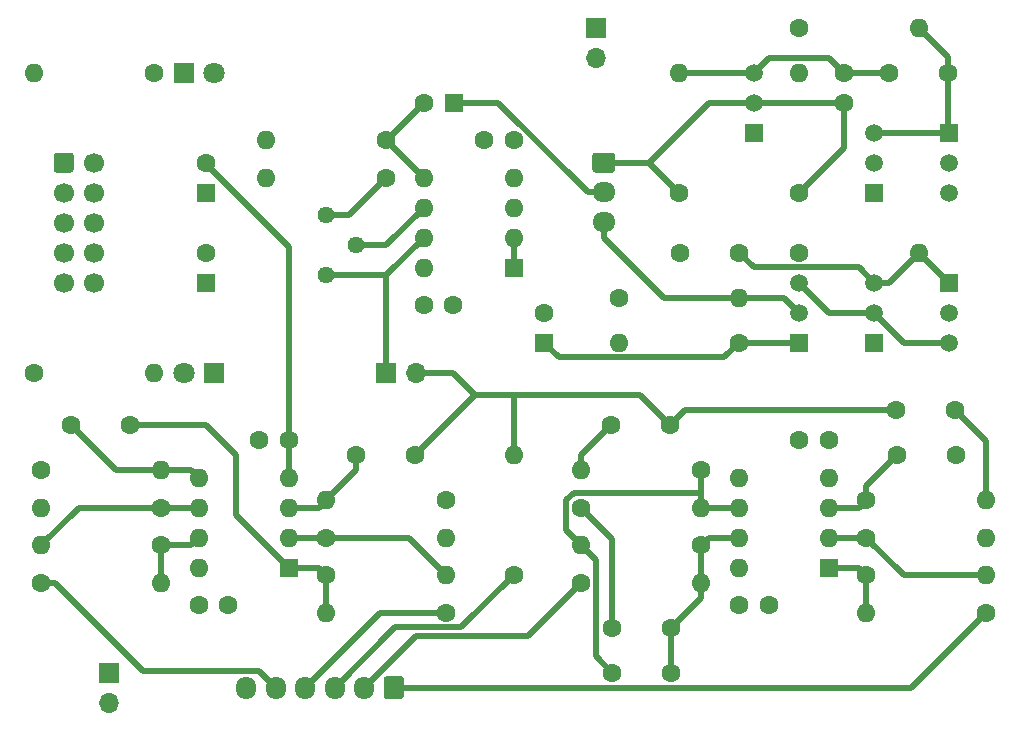
<source format=gtl>
G04 #@! TF.GenerationSoftware,KiCad,Pcbnew,(5.1.10)-1*
G04 #@! TF.CreationDate,2022-02-08T11:58:22+09:00*
G04 #@! TF.ProjectId,NOS02_V1.1,4e4f5330-325f-4563-912e-312e6b696361,Ver. 1.1*
G04 #@! TF.SameCoordinates,Original*
G04 #@! TF.FileFunction,Copper,L1,Top*
G04 #@! TF.FilePolarity,Positive*
%FSLAX46Y46*%
G04 Gerber Fmt 4.6, Leading zero omitted, Abs format (unit mm)*
G04 Created by KiCad (PCBNEW (5.1.10)-1) date 2022-02-08 11:58:22*
%MOMM*%
%LPD*%
G01*
G04 APERTURE LIST*
G04 #@! TA.AperFunction,ComponentPad*
%ADD10O,1.700000X1.700000*%
G04 #@! TD*
G04 #@! TA.AperFunction,ComponentPad*
%ADD11R,1.700000X1.700000*%
G04 #@! TD*
G04 #@! TA.AperFunction,ComponentPad*
%ADD12O,1.950000X1.700000*%
G04 #@! TD*
G04 #@! TA.AperFunction,ComponentPad*
%ADD13O,1.600000X1.600000*%
G04 #@! TD*
G04 #@! TA.AperFunction,ComponentPad*
%ADD14C,1.600000*%
G04 #@! TD*
G04 #@! TA.AperFunction,ComponentPad*
%ADD15R,1.500000X1.500000*%
G04 #@! TD*
G04 #@! TA.AperFunction,ComponentPad*
%ADD16C,1.500000*%
G04 #@! TD*
G04 #@! TA.AperFunction,ComponentPad*
%ADD17R,1.600000X1.600000*%
G04 #@! TD*
G04 #@! TA.AperFunction,ComponentPad*
%ADD18C,1.440000*%
G04 #@! TD*
G04 #@! TA.AperFunction,ComponentPad*
%ADD19O,1.700000X1.950000*%
G04 #@! TD*
G04 #@! TA.AperFunction,ComponentPad*
%ADD20C,1.700000*%
G04 #@! TD*
G04 #@! TA.AperFunction,ComponentPad*
%ADD21C,1.800000*%
G04 #@! TD*
G04 #@! TA.AperFunction,ComponentPad*
%ADD22R,1.800000X1.800000*%
G04 #@! TD*
G04 #@! TA.AperFunction,Conductor*
%ADD23C,0.500000*%
G04 #@! TD*
G04 APERTURE END LIST*
D10*
G04 #@! TO.P,J2,2*
G04 #@! TO.N,Net-(C13-Pad2)*
X136525000Y-91440000D03*
D11*
G04 #@! TO.P,J2,1*
G04 #@! TO.N,Net-(J2-Pad1)*
X133985000Y-91440000D03*
G04 #@! TD*
D10*
G04 #@! TO.P,J5,2*
G04 #@! TO.N,GND*
X151765000Y-64770000D03*
D11*
G04 #@! TO.P,J5,1*
X151765000Y-62230000D03*
G04 #@! TD*
D12*
G04 #@! TO.P,SW1,3*
G04 #@! TO.N,Net-(Q6-Pad2)*
X152400000Y-78660000D03*
G04 #@! TO.P,SW1,2*
G04 #@! TO.N,Net-(C15-Pad1)*
X152400000Y-76160000D03*
G04 #@! TO.P,SW1,1*
G04 #@! TO.N,Net-(C14-Pad1)*
G04 #@! TA.AperFunction,ComponentPad*
G36*
G01*
X151675000Y-72810000D02*
X153125000Y-72810000D01*
G75*
G02*
X153375000Y-73060000I0J-250000D01*
G01*
X153375000Y-74260000D01*
G75*
G02*
X153125000Y-74510000I-250000J0D01*
G01*
X151675000Y-74510000D01*
G75*
G02*
X151425000Y-74260000I0J250000D01*
G01*
X151425000Y-73060000D01*
G75*
G02*
X151675000Y-72810000I250000J0D01*
G01*
G37*
G04 #@! TD.AperFunction*
G04 #@! TD*
D13*
G04 #@! TO.P,R27,2*
G04 #@! TO.N,GND*
X153670000Y-88900000D03*
D14*
G04 #@! TO.P,R27,1*
G04 #@! TO.N,Net-(C20-Pad1)*
X163830000Y-88900000D03*
G04 #@! TD*
D13*
G04 #@! TO.P,R26,2*
G04 #@! TO.N,Net-(Q6-Pad2)*
X163830000Y-85090000D03*
D14*
G04 #@! TO.P,R26,1*
G04 #@! TO.N,+12V*
X153670000Y-85090000D03*
G04 #@! TD*
D13*
G04 #@! TO.P,R14,2*
G04 #@! TO.N,Net-(C19-Pad1)*
X179070000Y-81280000D03*
D14*
G04 #@! TO.P,R14,1*
G04 #@! TO.N,+12V*
X168910000Y-81280000D03*
G04 #@! TD*
D13*
G04 #@! TO.P,R12,2*
G04 #@! TO.N,Net-(C18-Pad2)*
X179070000Y-62230000D03*
D14*
G04 #@! TO.P,R12,1*
G04 #@! TO.N,+12V*
X168910000Y-62230000D03*
G04 #@! TD*
D13*
G04 #@! TO.P,R8,2*
G04 #@! TO.N,Net-(C14-Pad2)*
X158750000Y-66040000D03*
D14*
G04 #@! TO.P,R8,1*
G04 #@! TO.N,Net-(C14-Pad1)*
X158750000Y-76200000D03*
G04 #@! TD*
D13*
G04 #@! TO.P,R7,2*
G04 #@! TO.N,+12V*
X168910000Y-66040000D03*
D14*
G04 #@! TO.P,R7,1*
G04 #@! TO.N,Net-(C14-Pad1)*
X168910000Y-76200000D03*
G04 #@! TD*
D15*
G04 #@! TO.P,Q6,1*
G04 #@! TO.N,Net-(C20-Pad1)*
X168910000Y-88900000D03*
D16*
G04 #@! TO.P,Q6,3*
G04 #@! TO.N,Net-(Q4-Pad2)*
X168910000Y-83820000D03*
G04 #@! TO.P,Q6,2*
G04 #@! TO.N,Net-(Q6-Pad2)*
X168910000Y-86360000D03*
G04 #@! TD*
D15*
G04 #@! TO.P,Q5,1*
G04 #@! TO.N,Net-(C19-Pad1)*
X181610000Y-83820000D03*
D16*
G04 #@! TO.P,Q5,3*
G04 #@! TO.N,Net-(Q4-Pad2)*
X181610000Y-88900000D03*
G04 #@! TO.P,Q5,2*
G04 #@! TO.N,Net-(Q5-Pad2)*
X181610000Y-86360000D03*
G04 #@! TD*
D15*
G04 #@! TO.P,Q4,1*
G04 #@! TO.N,Net-(Q4-Pad1)*
X175260000Y-88900000D03*
D16*
G04 #@! TO.P,Q4,3*
G04 #@! TO.N,Net-(C19-Pad1)*
X175260000Y-83820000D03*
G04 #@! TO.P,Q4,2*
G04 #@! TO.N,Net-(Q4-Pad2)*
X175260000Y-86360000D03*
G04 #@! TD*
D15*
G04 #@! TO.P,Q3,1*
G04 #@! TO.N,Net-(C18-Pad2)*
X181610000Y-71120000D03*
D16*
G04 #@! TO.P,Q3,3*
G04 #@! TO.N,GND*
X181610000Y-76200000D03*
G04 #@! TO.P,Q3,2*
G04 #@! TO.N,Net-(Q3-Pad2)*
X181610000Y-73660000D03*
G04 #@! TD*
D15*
G04 #@! TO.P,Q2,1*
G04 #@! TO.N,Net-(Q2-Pad1)*
X175260000Y-76200000D03*
D16*
G04 #@! TO.P,Q2,3*
G04 #@! TO.N,Net-(C18-Pad2)*
X175260000Y-71120000D03*
G04 #@! TO.P,Q2,2*
G04 #@! TO.N,GND*
X175260000Y-73660000D03*
G04 #@! TD*
D15*
G04 #@! TO.P,Q1,1*
G04 #@! TO.N,GND*
X165100000Y-71120000D03*
D16*
G04 #@! TO.P,Q1,3*
G04 #@! TO.N,Net-(C14-Pad2)*
X165100000Y-66040000D03*
G04 #@! TO.P,Q1,2*
G04 #@! TO.N,Net-(C14-Pad1)*
X165100000Y-68580000D03*
G04 #@! TD*
D14*
G04 #@! TO.P,C20,2*
G04 #@! TO.N,GND*
X147320000Y-86400000D03*
D17*
G04 #@! TO.P,C20,1*
G04 #@! TO.N,Net-(C20-Pad1)*
X147320000Y-88900000D03*
G04 #@! TD*
D14*
G04 #@! TO.P,C19,2*
G04 #@! TO.N,+12V*
X158830000Y-81280000D03*
G04 #@! TO.P,C19,1*
G04 #@! TO.N,Net-(C19-Pad1)*
X163830000Y-81280000D03*
G04 #@! TD*
G04 #@! TO.P,C18,2*
G04 #@! TO.N,Net-(C18-Pad2)*
X181530000Y-66040000D03*
G04 #@! TO.P,C18,1*
G04 #@! TO.N,Net-(C14-Pad2)*
X176530000Y-66040000D03*
G04 #@! TD*
G04 #@! TO.P,C15,2*
G04 #@! TO.N,Net-(C15-Pad2)*
X137200000Y-68580000D03*
D17*
G04 #@! TO.P,C15,1*
G04 #@! TO.N,Net-(C15-Pad1)*
X139700000Y-68580000D03*
G04 #@! TD*
D14*
G04 #@! TO.P,C14,2*
G04 #@! TO.N,Net-(C14-Pad2)*
X172720000Y-66080000D03*
G04 #@! TO.P,C14,1*
G04 #@! TO.N,Net-(C14-Pad1)*
X172720000Y-68580000D03*
G04 #@! TD*
D13*
G04 #@! TO.P,U3,8*
G04 #@! TO.N,+12V*
X118110000Y-107950000D03*
G04 #@! TO.P,U3,4*
G04 #@! TO.N,-12V*
X125730000Y-100330000D03*
G04 #@! TO.P,U3,7*
G04 #@! TO.N,Net-(R23-Pad1)*
X118110000Y-105410000D03*
G04 #@! TO.P,U3,3*
G04 #@! TO.N,Net-(C16-Pad1)*
X125730000Y-102870000D03*
G04 #@! TO.P,U3,6*
G04 #@! TO.N,Net-(R22-Pad1)*
X118110000Y-102870000D03*
G04 #@! TO.P,U3,2*
G04 #@! TO.N,Net-(R16-Pad1)*
X125730000Y-105410000D03*
G04 #@! TO.P,U3,5*
G04 #@! TO.N,Net-(C17-Pad1)*
X118110000Y-100330000D03*
D17*
G04 #@! TO.P,U3,1*
G04 #@! TO.N,Net-(C17-Pad2)*
X125730000Y-107950000D03*
G04 #@! TD*
D13*
G04 #@! TO.P,U2,8*
G04 #@! TO.N,+12V*
X137160000Y-82550000D03*
G04 #@! TO.P,U2,4*
G04 #@! TO.N,-12V*
X144780000Y-74930000D03*
G04 #@! TO.P,U2,7*
G04 #@! TO.N,Net-(J2-Pad1)*
X137160000Y-80010000D03*
G04 #@! TO.P,U2,3*
G04 #@! TO.N,GND*
X144780000Y-77470000D03*
G04 #@! TO.P,U2,6*
G04 #@! TO.N,Net-(RV1-Pad2)*
X137160000Y-77470000D03*
G04 #@! TO.P,U2,2*
G04 #@! TO.N,Net-(U2-Pad1)*
X144780000Y-80010000D03*
G04 #@! TO.P,U2,5*
G04 #@! TO.N,Net-(C15-Pad2)*
X137160000Y-74930000D03*
D17*
G04 #@! TO.P,U2,1*
G04 #@! TO.N,Net-(U2-Pad1)*
X144780000Y-82550000D03*
G04 #@! TD*
D14*
G04 #@! TO.P,C6,2*
G04 #@! TO.N,Net-(C6-Pad2)*
X177245000Y-98425000D03*
G04 #@! TO.P,C6,1*
G04 #@! TO.N,GND*
X182245000Y-98425000D03*
G04 #@! TD*
D13*
G04 #@! TO.P,U1,8*
G04 #@! TO.N,+12V*
X163830000Y-107950000D03*
G04 #@! TO.P,U1,4*
G04 #@! TO.N,-12V*
X171450000Y-100330000D03*
G04 #@! TO.P,U1,7*
G04 #@! TO.N,Net-(C11-Pad1)*
X163830000Y-105410000D03*
G04 #@! TO.P,U1,3*
G04 #@! TO.N,Net-(C6-Pad2)*
X171450000Y-102870000D03*
G04 #@! TO.P,U1,6*
G04 #@! TO.N,Net-(C11-Pad2)*
X163830000Y-102870000D03*
G04 #@! TO.P,U1,2*
G04 #@! TO.N,Net-(R1-Pad1)*
X171450000Y-105410000D03*
G04 #@! TO.P,U1,5*
G04 #@! TO.N,GND*
X163830000Y-100330000D03*
D17*
G04 #@! TO.P,U1,1*
G04 #@! TO.N,Net-(R2-Pad1)*
X171450000Y-107950000D03*
G04 #@! TD*
D18*
G04 #@! TO.P,RV1,3*
G04 #@! TO.N,Net-(J2-Pad1)*
X128905000Y-83185000D03*
G04 #@! TO.P,RV1,2*
G04 #@! TO.N,Net-(RV1-Pad2)*
X131445000Y-80645000D03*
G04 #@! TO.P,RV1,1*
G04 #@! TO.N,Net-(R9-Pad1)*
X128905000Y-78105000D03*
G04 #@! TD*
D13*
G04 #@! TO.P,R25,2*
G04 #@! TO.N,Net-(C17-Pad1)*
X114935000Y-99695000D03*
D14*
G04 #@! TO.P,R25,1*
G04 #@! TO.N,GND*
X104775000Y-99695000D03*
G04 #@! TD*
D13*
G04 #@! TO.P,R24,2*
G04 #@! TO.N,Net-(R23-Pad1)*
X114935000Y-109220000D03*
D14*
G04 #@! TO.P,R24,1*
G04 #@! TO.N,Net-(J3-Pad5)*
X104775000Y-109220000D03*
G04 #@! TD*
D13*
G04 #@! TO.P,R23,2*
G04 #@! TO.N,Net-(R22-Pad1)*
X104775000Y-106045000D03*
D14*
G04 #@! TO.P,R23,1*
G04 #@! TO.N,Net-(R23-Pad1)*
X114935000Y-106045000D03*
G04 #@! TD*
D13*
G04 #@! TO.P,R22,2*
G04 #@! TO.N,GND*
X104775000Y-102870000D03*
D14*
G04 #@! TO.P,R22,1*
G04 #@! TO.N,Net-(R22-Pad1)*
X114935000Y-102870000D03*
G04 #@! TD*
D13*
G04 #@! TO.P,R21,2*
G04 #@! TO.N,-12V*
X104140000Y-66040000D03*
D14*
G04 #@! TO.P,R21,1*
G04 #@! TO.N,Net-(D2-Pad1)*
X114300000Y-66040000D03*
G04 #@! TD*
D13*
G04 #@! TO.P,R20,2*
G04 #@! TO.N,Net-(D1-Pad2)*
X114300000Y-91440000D03*
D14*
G04 #@! TO.P,R20,1*
G04 #@! TO.N,+12V*
X104140000Y-91440000D03*
G04 #@! TD*
D13*
G04 #@! TO.P,R19,2*
G04 #@! TO.N,Net-(C16-Pad1)*
X128905000Y-102235000D03*
D14*
G04 #@! TO.P,R19,1*
G04 #@! TO.N,GND*
X139065000Y-102235000D03*
G04 #@! TD*
D13*
G04 #@! TO.P,R18,2*
G04 #@! TO.N,Net-(C17-Pad2)*
X128905000Y-111760000D03*
D14*
G04 #@! TO.P,R18,1*
G04 #@! TO.N,Net-(J3-Pad4)*
X139065000Y-111760000D03*
G04 #@! TD*
D13*
G04 #@! TO.P,R17,2*
G04 #@! TO.N,Net-(R16-Pad1)*
X139065000Y-108585000D03*
D14*
G04 #@! TO.P,R17,1*
G04 #@! TO.N,Net-(C17-Pad2)*
X128905000Y-108585000D03*
G04 #@! TD*
D13*
G04 #@! TO.P,R16,2*
G04 #@! TO.N,GND*
X139065000Y-105410000D03*
D14*
G04 #@! TO.P,R16,1*
G04 #@! TO.N,Net-(R16-Pad1)*
X128905000Y-105410000D03*
G04 #@! TD*
D13*
G04 #@! TO.P,R15,2*
G04 #@! TO.N,GND*
X123825000Y-71755000D03*
D14*
G04 #@! TO.P,R15,1*
G04 #@! TO.N,Net-(C15-Pad2)*
X133985000Y-71755000D03*
G04 #@! TD*
D13*
G04 #@! TO.P,R13,2*
G04 #@! TO.N,Net-(C13-Pad2)*
X144780000Y-98425000D03*
D14*
G04 #@! TO.P,R13,1*
G04 #@! TO.N,Net-(J3-Pad3)*
X144780000Y-108585000D03*
G04 #@! TD*
D13*
G04 #@! TO.P,R11,2*
G04 #@! TO.N,Net-(C13-Pad1)*
X150495000Y-99695000D03*
D14*
G04 #@! TO.P,R11,1*
G04 #@! TO.N,Net-(C11-Pad2)*
X160655000Y-99695000D03*
G04 #@! TD*
D13*
G04 #@! TO.P,R10,2*
G04 #@! TO.N,Net-(C11-Pad1)*
X160655000Y-109220000D03*
D14*
G04 #@! TO.P,R10,1*
G04 #@! TO.N,Net-(J3-Pad2)*
X150495000Y-109220000D03*
G04 #@! TD*
D13*
G04 #@! TO.P,R9,2*
G04 #@! TO.N,GND*
X123825000Y-74930000D03*
D14*
G04 #@! TO.P,R9,1*
G04 #@! TO.N,Net-(R9-Pad1)*
X133985000Y-74930000D03*
G04 #@! TD*
D13*
G04 #@! TO.P,R6,2*
G04 #@! TO.N,Net-(C11-Pad2)*
X150495000Y-106045000D03*
D14*
G04 #@! TO.P,R6,1*
G04 #@! TO.N,Net-(C11-Pad1)*
X160655000Y-106045000D03*
G04 #@! TD*
D13*
G04 #@! TO.P,R5,2*
G04 #@! TO.N,Net-(C11-Pad2)*
X160655000Y-102870000D03*
D14*
G04 #@! TO.P,R5,1*
G04 #@! TO.N,Net-(C12-Pad2)*
X150495000Y-102870000D03*
G04 #@! TD*
D13*
G04 #@! TO.P,R4,2*
G04 #@! TO.N,Net-(R2-Pad1)*
X174625000Y-111760000D03*
D14*
G04 #@! TO.P,R4,1*
G04 #@! TO.N,Net-(J3-Pad1)*
X184785000Y-111760000D03*
G04 #@! TD*
D13*
G04 #@! TO.P,R3,2*
G04 #@! TO.N,Net-(C5-Pad2)*
X184785000Y-102235000D03*
D14*
G04 #@! TO.P,R3,1*
G04 #@! TO.N,Net-(C6-Pad2)*
X174625000Y-102235000D03*
G04 #@! TD*
D13*
G04 #@! TO.P,R2,2*
G04 #@! TO.N,Net-(R1-Pad1)*
X184785000Y-108585000D03*
D14*
G04 #@! TO.P,R2,1*
G04 #@! TO.N,Net-(R2-Pad1)*
X174625000Y-108585000D03*
G04 #@! TD*
D13*
G04 #@! TO.P,R1,2*
G04 #@! TO.N,GND*
X184785000Y-105410000D03*
D14*
G04 #@! TO.P,R1,1*
G04 #@! TO.N,Net-(R1-Pad1)*
X174625000Y-105410000D03*
G04 #@! TD*
D10*
G04 #@! TO.P,J4,2*
G04 #@! TO.N,GND*
X110490000Y-119380000D03*
D11*
G04 #@! TO.P,J4,1*
X110490000Y-116840000D03*
G04 #@! TD*
D19*
G04 #@! TO.P,J3,6*
G04 #@! TO.N,GND*
X122120000Y-118110000D03*
G04 #@! TO.P,J3,5*
G04 #@! TO.N,Net-(J3-Pad5)*
X124620000Y-118110000D03*
G04 #@! TO.P,J3,4*
G04 #@! TO.N,Net-(J3-Pad4)*
X127120000Y-118110000D03*
G04 #@! TO.P,J3,3*
G04 #@! TO.N,Net-(J3-Pad3)*
X129620000Y-118110000D03*
G04 #@! TO.P,J3,2*
G04 #@! TO.N,Net-(J3-Pad2)*
X132120000Y-118110000D03*
G04 #@! TO.P,J3,1*
G04 #@! TO.N,Net-(J3-Pad1)*
G04 #@! TA.AperFunction,ComponentPad*
G36*
G01*
X135470000Y-117385000D02*
X135470000Y-118835000D01*
G75*
G02*
X135220000Y-119085000I-250000J0D01*
G01*
X134020000Y-119085000D01*
G75*
G02*
X133770000Y-118835000I0J250000D01*
G01*
X133770000Y-117385000D01*
G75*
G02*
X134020000Y-117135000I250000J0D01*
G01*
X135220000Y-117135000D01*
G75*
G02*
X135470000Y-117385000I0J-250000D01*
G01*
G37*
G04 #@! TD.AperFunction*
G04 #@! TD*
D20*
G04 #@! TO.P,J1,10*
G04 #@! TO.N,+12V*
X109220000Y-83820000D03*
G04 #@! TO.P,J1,8*
G04 #@! TO.N,GND*
X109220000Y-81280000D03*
G04 #@! TO.P,J1,6*
X109220000Y-78740000D03*
G04 #@! TO.P,J1,4*
X109220000Y-76200000D03*
G04 #@! TO.P,J1,2*
G04 #@! TO.N,-12V*
X109220000Y-73660000D03*
G04 #@! TO.P,J1,9*
G04 #@! TO.N,+12V*
X106680000Y-83820000D03*
G04 #@! TO.P,J1,7*
G04 #@! TO.N,GND*
X106680000Y-81280000D03*
G04 #@! TO.P,J1,5*
X106680000Y-78740000D03*
G04 #@! TO.P,J1,3*
X106680000Y-76200000D03*
G04 #@! TO.P,J1,1*
G04 #@! TO.N,-12V*
G04 #@! TA.AperFunction,ComponentPad*
G36*
G01*
X105830000Y-74260000D02*
X105830000Y-73060000D01*
G75*
G02*
X106080000Y-72810000I250000J0D01*
G01*
X107280000Y-72810000D01*
G75*
G02*
X107530000Y-73060000I0J-250000D01*
G01*
X107530000Y-74260000D01*
G75*
G02*
X107280000Y-74510000I-250000J0D01*
G01*
X106080000Y-74510000D01*
G75*
G02*
X105830000Y-74260000I0J250000D01*
G01*
G37*
G04 #@! TD.AperFunction*
G04 #@! TD*
D21*
G04 #@! TO.P,D2,2*
G04 #@! TO.N,GND*
X119380000Y-66040000D03*
D22*
G04 #@! TO.P,D2,1*
G04 #@! TO.N,Net-(D2-Pad1)*
X116840000Y-66040000D03*
G04 #@! TD*
D21*
G04 #@! TO.P,D1,2*
G04 #@! TO.N,Net-(D1-Pad2)*
X116840000Y-91440000D03*
D22*
G04 #@! TO.P,D1,1*
G04 #@! TO.N,GND*
X119380000Y-91440000D03*
G04 #@! TD*
D14*
G04 #@! TO.P,C17,2*
G04 #@! TO.N,Net-(C17-Pad2)*
X112315000Y-95885000D03*
G04 #@! TO.P,C17,1*
G04 #@! TO.N,Net-(C17-Pad1)*
X107315000Y-95885000D03*
G04 #@! TD*
G04 #@! TO.P,C16,2*
G04 #@! TO.N,Net-(C13-Pad2)*
X136445000Y-98425000D03*
G04 #@! TO.P,C16,1*
G04 #@! TO.N,Net-(C16-Pad1)*
X131445000Y-98425000D03*
G04 #@! TD*
G04 #@! TO.P,C13,2*
G04 #@! TO.N,Net-(C13-Pad2)*
X158035000Y-95885000D03*
G04 #@! TO.P,C13,1*
G04 #@! TO.N,Net-(C13-Pad1)*
X153035000Y-95885000D03*
G04 #@! TD*
G04 #@! TO.P,C12,2*
G04 #@! TO.N,Net-(C12-Pad2)*
X153115000Y-113030000D03*
G04 #@! TO.P,C12,1*
G04 #@! TO.N,Net-(C11-Pad1)*
X158115000Y-113030000D03*
G04 #@! TD*
G04 #@! TO.P,C11,2*
G04 #@! TO.N,Net-(C11-Pad2)*
X153115000Y-116840000D03*
G04 #@! TO.P,C11,1*
G04 #@! TO.N,Net-(C11-Pad1)*
X158115000Y-116840000D03*
G04 #@! TD*
G04 #@! TO.P,C10,2*
G04 #@! TO.N,GND*
X142280000Y-71755000D03*
G04 #@! TO.P,C10,1*
G04 #@! TO.N,-12V*
X144780000Y-71755000D03*
G04 #@! TD*
G04 #@! TO.P,C9,2*
G04 #@! TO.N,GND*
X123230000Y-97155000D03*
G04 #@! TO.P,C9,1*
G04 #@! TO.N,-12V*
X125730000Y-97155000D03*
G04 #@! TD*
G04 #@! TO.P,C8,2*
G04 #@! TO.N,GND*
X168950000Y-97155000D03*
G04 #@! TO.P,C8,1*
G04 #@! TO.N,-12V*
X171450000Y-97155000D03*
G04 #@! TD*
G04 #@! TO.P,C7,2*
G04 #@! TO.N,-12V*
X118745000Y-73700000D03*
D17*
G04 #@! TO.P,C7,1*
G04 #@! TO.N,GND*
X118745000Y-76200000D03*
G04 #@! TD*
D14*
G04 #@! TO.P,C5,2*
G04 #@! TO.N,Net-(C5-Pad2)*
X182165000Y-94615000D03*
G04 #@! TO.P,C5,1*
G04 #@! TO.N,Net-(C13-Pad2)*
X177165000Y-94615000D03*
G04 #@! TD*
G04 #@! TO.P,C4,2*
G04 #@! TO.N,+12V*
X118110000Y-111125000D03*
G04 #@! TO.P,C4,1*
G04 #@! TO.N,GND*
X120610000Y-111125000D03*
G04 #@! TD*
G04 #@! TO.P,C3,2*
G04 #@! TO.N,+12V*
X137160000Y-85725000D03*
G04 #@! TO.P,C3,1*
G04 #@! TO.N,GND*
X139660000Y-85725000D03*
G04 #@! TD*
G04 #@! TO.P,C2,2*
G04 #@! TO.N,+12V*
X163870000Y-111125000D03*
G04 #@! TO.P,C2,1*
G04 #@! TO.N,GND*
X166370000Y-111125000D03*
G04 #@! TD*
G04 #@! TO.P,C1,2*
G04 #@! TO.N,GND*
X118745000Y-81320000D03*
D17*
G04 #@! TO.P,C1,1*
G04 #@! TO.N,+12V*
X118745000Y-83820000D03*
G04 #@! TD*
D23*
G04 #@! TO.N,Net-(C5-Pad2)*
X184785000Y-97235000D02*
X182165000Y-94615000D01*
X184785000Y-102235000D02*
X184785000Y-97235000D01*
G04 #@! TO.N,Net-(C13-Pad2)*
X144780000Y-93345000D02*
X144780000Y-98425000D01*
X155495000Y-93345000D02*
X144780000Y-93345000D01*
X158035000Y-95885000D02*
X155495000Y-93345000D01*
X159305000Y-94615000D02*
X158035000Y-95885000D01*
X177165000Y-94615000D02*
X159305000Y-94615000D01*
X141525000Y-93345000D02*
X136445000Y-98425000D01*
X144780000Y-93345000D02*
X141525000Y-93345000D01*
X139620000Y-91440000D02*
X141525000Y-93345000D01*
X136525000Y-91440000D02*
X139620000Y-91440000D01*
G04 #@! TO.N,Net-(C6-Pad2)*
X173990000Y-102870000D02*
X174625000Y-102235000D01*
X171450000Y-102870000D02*
X173990000Y-102870000D01*
X174625000Y-101045000D02*
X177245000Y-98425000D01*
X174625000Y-102235000D02*
X174625000Y-101045000D01*
G04 #@! TO.N,-12V*
X118745000Y-73789998D02*
X118745000Y-73700000D01*
X125730000Y-80774998D02*
X118745000Y-73789998D01*
X125730000Y-99695000D02*
X125730000Y-80774998D01*
G04 #@! TO.N,Net-(C11-Pad2)*
X151745001Y-115470001D02*
X151745001Y-107295001D01*
X153115000Y-116840000D02*
X151745001Y-115470001D01*
X163830000Y-102870000D02*
X160655000Y-102870000D01*
X151745001Y-107295001D02*
X150495000Y-106045000D01*
X149914998Y-101600000D02*
X160655000Y-101600000D01*
X149244999Y-104794999D02*
X149244999Y-102269999D01*
X150495000Y-106045000D02*
X149244999Y-104794999D01*
X149244999Y-102269999D02*
X149914998Y-101600000D01*
X160655000Y-101600000D02*
X160655000Y-102870000D01*
X160655000Y-99695000D02*
X160655000Y-101600000D01*
G04 #@! TO.N,Net-(C11-Pad1)*
X158115000Y-113030000D02*
X158115000Y-116840000D01*
X160655000Y-110490000D02*
X158115000Y-113030000D01*
X160655000Y-109220000D02*
X160655000Y-110490000D01*
X160655000Y-106045000D02*
X160655000Y-109220000D01*
X161290000Y-105410000D02*
X160655000Y-106045000D01*
X163830000Y-105410000D02*
X161290000Y-105410000D01*
G04 #@! TO.N,Net-(C12-Pad2)*
X153115000Y-105490000D02*
X150495000Y-102870000D01*
X153115000Y-113030000D02*
X153115000Y-105490000D01*
G04 #@! TO.N,Net-(C13-Pad1)*
X150495000Y-98425000D02*
X153035000Y-95885000D01*
X150495000Y-99695000D02*
X150495000Y-98425000D01*
G04 #@! TO.N,Net-(C14-Pad2)*
X158750000Y-66040000D02*
X165100000Y-66040000D01*
X171429999Y-64789999D02*
X172720000Y-66080000D01*
X166350001Y-64789999D02*
X171429999Y-64789999D01*
X165100000Y-66040000D02*
X166350001Y-64789999D01*
X176490000Y-66080000D02*
X176530000Y-66040000D01*
X172720000Y-66080000D02*
X176490000Y-66080000D01*
G04 #@! TO.N,Net-(C14-Pad1)*
X156210000Y-73660000D02*
X158750000Y-76200000D01*
X152400000Y-73660000D02*
X156210000Y-73660000D01*
X161290000Y-68580000D02*
X156210000Y-73660000D01*
X165100000Y-68580000D02*
X161290000Y-68580000D01*
X165100000Y-68580000D02*
X172720000Y-68580000D01*
X172720000Y-72390000D02*
X168910000Y-76200000D01*
X172720000Y-68580000D02*
X172720000Y-72390000D01*
G04 #@! TO.N,Net-(C15-Pad2)*
X133985000Y-71755000D02*
X137160000Y-74930000D01*
X134025000Y-71755000D02*
X137200000Y-68580000D01*
X133985000Y-71755000D02*
X134025000Y-71755000D01*
G04 #@! TO.N,Net-(C15-Pad1)*
X151035002Y-76160000D02*
X152400000Y-76160000D01*
X143455002Y-68580000D02*
X151035002Y-76160000D01*
X139700000Y-68580000D02*
X143455002Y-68580000D01*
G04 #@! TO.N,Net-(C16-Pad1)*
X128270000Y-102870000D02*
X128905000Y-102235000D01*
X125730000Y-102870000D02*
X128270000Y-102870000D01*
X131445000Y-99695000D02*
X128905000Y-102235000D01*
X131445000Y-98425000D02*
X131445000Y-99695000D01*
G04 #@! TO.N,Net-(C17-Pad2)*
X128270000Y-107950000D02*
X128905000Y-108585000D01*
X125730000Y-107950000D02*
X128270000Y-107950000D01*
X128905000Y-108585000D02*
X128905000Y-111760000D01*
X118745000Y-95885000D02*
X112315000Y-95885000D01*
X121285000Y-98425000D02*
X118745000Y-95885000D01*
X121285000Y-103505000D02*
X121285000Y-98425000D01*
X125730000Y-107950000D02*
X121285000Y-103505000D01*
G04 #@! TO.N,Net-(C17-Pad1)*
X117475000Y-99695000D02*
X118110000Y-100330000D01*
X114935000Y-99695000D02*
X117475000Y-99695000D01*
X111125000Y-99695000D02*
X107315000Y-95885000D01*
X114935000Y-99695000D02*
X111125000Y-99695000D01*
G04 #@! TO.N,Net-(J2-Pad1)*
X133985000Y-83185000D02*
X137160000Y-80010000D01*
X128905000Y-83185000D02*
X133985000Y-83185000D01*
X133985000Y-91440000D02*
X133985000Y-83185000D01*
G04 #@! TO.N,Net-(J3-Pad5)*
X123194990Y-116684990D02*
X124620000Y-118110000D01*
X113371360Y-116684990D02*
X123194990Y-116684990D01*
X105906370Y-109220000D02*
X113371360Y-116684990D01*
X104775000Y-109220000D02*
X105906370Y-109220000D01*
G04 #@! TO.N,Net-(J3-Pad4)*
X133470000Y-111760000D02*
X139065000Y-111760000D01*
X127120000Y-118110000D02*
X133470000Y-111760000D01*
G04 #@! TO.N,Net-(J3-Pad3)*
X144860000Y-108665000D02*
X144780000Y-108585000D01*
X140354999Y-113010001D02*
X144780000Y-108585000D01*
X134719999Y-113010001D02*
X140354999Y-113010001D01*
X129620000Y-118110000D02*
X134719999Y-113010001D01*
G04 #@! TO.N,Net-(J3-Pad2)*
X146004989Y-113710011D02*
X150495000Y-109220000D01*
X136519989Y-113710011D02*
X146004989Y-113710011D01*
X132120000Y-118110000D02*
X136519989Y-113710011D01*
G04 #@! TO.N,Net-(J3-Pad1)*
X178435000Y-118110000D02*
X184785000Y-111760000D01*
X134620000Y-118110000D02*
X178435000Y-118110000D01*
G04 #@! TO.N,Net-(R1-Pad1)*
X171450000Y-105410000D02*
X174625000Y-105410000D01*
X177800000Y-108585000D02*
X174625000Y-105410000D01*
X184785000Y-108585000D02*
X177800000Y-108585000D01*
G04 #@! TO.N,Net-(R2-Pad1)*
X173990000Y-107950000D02*
X174625000Y-108585000D01*
X171450000Y-107950000D02*
X173990000Y-107950000D01*
X174625000Y-108585000D02*
X174625000Y-111760000D01*
G04 #@! TO.N,Net-(R9-Pad1)*
X130810000Y-78105000D02*
X133985000Y-74930000D01*
X128905000Y-78105000D02*
X130810000Y-78105000D01*
G04 #@! TO.N,Net-(R16-Pad1)*
X125730000Y-105410000D02*
X128905000Y-105410000D01*
X135890000Y-105410000D02*
X139065000Y-108585000D01*
X128905000Y-105410000D02*
X135890000Y-105410000D01*
G04 #@! TO.N,Net-(R22-Pad1)*
X114935000Y-102870000D02*
X118110000Y-102870000D01*
X107950000Y-102870000D02*
X104775000Y-106045000D01*
X114935000Y-102870000D02*
X107950000Y-102870000D01*
G04 #@! TO.N,Net-(R23-Pad1)*
X117475000Y-106045000D02*
X118110000Y-105410000D01*
X114935000Y-106045000D02*
X117475000Y-106045000D01*
X114935000Y-106045000D02*
X114935000Y-109220000D01*
G04 #@! TO.N,Net-(RV1-Pad2)*
X133985000Y-80645000D02*
X137160000Y-77470000D01*
X131445000Y-80645000D02*
X133985000Y-80645000D01*
G04 #@! TO.N,Net-(C18-Pad2)*
X175260000Y-71120000D02*
X181610000Y-71120000D01*
X181530000Y-71040000D02*
X181610000Y-71120000D01*
X181530000Y-66040000D02*
X181530000Y-71040000D01*
X181530000Y-64690000D02*
X179070000Y-62230000D01*
X181530000Y-66040000D02*
X181530000Y-64690000D01*
G04 #@! TO.N,Net-(C19-Pad1)*
X173970001Y-82530001D02*
X175260000Y-83820000D01*
X165080001Y-82530001D02*
X173970001Y-82530001D01*
X163830000Y-81280000D02*
X165080001Y-82530001D01*
X176530000Y-83820000D02*
X179070000Y-81280000D01*
X175260000Y-83820000D02*
X176530000Y-83820000D01*
X179070000Y-81280000D02*
X181610000Y-83820000D01*
G04 #@! TO.N,Net-(C20-Pad1)*
X162579999Y-90150001D02*
X163830000Y-88900000D01*
X148570001Y-90150001D02*
X162579999Y-90150001D01*
X147320000Y-88900000D02*
X148570001Y-90150001D01*
X163830000Y-88900000D02*
X168910000Y-88900000D01*
G04 #@! TO.N,Net-(Q4-Pad2)*
X177800000Y-88900000D02*
X175260000Y-86360000D01*
X181610000Y-88900000D02*
X177800000Y-88900000D01*
X171450000Y-86360000D02*
X168910000Y-83820000D01*
X175260000Y-86360000D02*
X171450000Y-86360000D01*
G04 #@! TO.N,Net-(Q6-Pad2)*
X157480000Y-85090000D02*
X163830000Y-85090000D01*
X152400000Y-80010000D02*
X157480000Y-85090000D01*
X152400000Y-78660000D02*
X152400000Y-80010000D01*
X167640000Y-85090000D02*
X168910000Y-86360000D01*
X163830000Y-85090000D02*
X167640000Y-85090000D01*
G04 #@! TO.N,Net-(U2-Pad1)*
X144780000Y-80010000D02*
X144780000Y-82550000D01*
G04 #@! TD*
M02*

</source>
